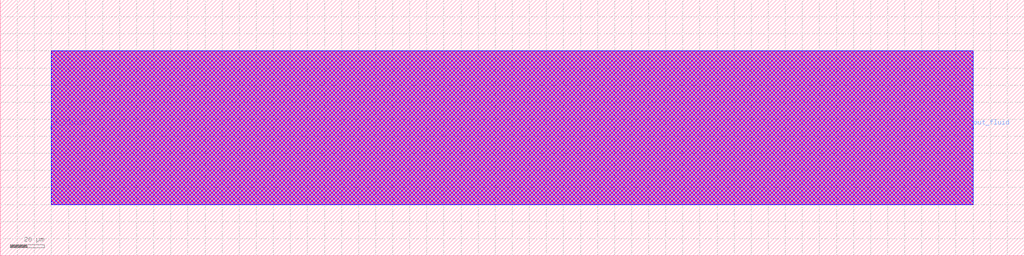
<source format=lef>

MACRO optical_measure_300_5ch
  CLASS CORE ;
  ORIGIN  0 0 ;
  FOREIGN optical_measure_300_5ch 0 0 ;
  SIZE 600 BY 150 ;
  SYMMETRY X Y ;
  SITE CoreSite ;
  PIN in_fluid
    DIRECTION INPUT ;
    USE SIGNAL ;
    PORT
      LAYER met4 ;
        RECT 29.5 74.5 30.5 75.5 ;
    END
  END in_fluid
  PIN out_fluid
    DIRECTION OUTPUT ;
    USE SIGNAL ;
    PORT
      LAYER met4 ;
        RECT 569.5 74.5 570.5 75.5 ;
    END
  END out_fluid
  OBS
    LAYER met1 ;
      RECT 30 30 570 120 ;
    LAYER met2 ;
      RECT 30 30 570 120 ;
    LAYER met3 ;
      RECT 30 30 570 120 ;
    LAYER met4 ;
      RECT 30 30 570 120 ;
    LAYER met5 ;
      RECT 30 30 570 120 ;
    LAYER met6 ;
      RECT 30 30 570 120 ;
    LAYER met7 ;
      RECT 30 30 570 120 ;
    LAYER met8 ;
      RECT 30 30 570 120 ;
    LAYER met9 ;
      RECT 30 30 570 120 ;
  END
  PROPERTY CatenaDesignType "deviceLevel" ;
END optical_measure_300_5ch

</source>
